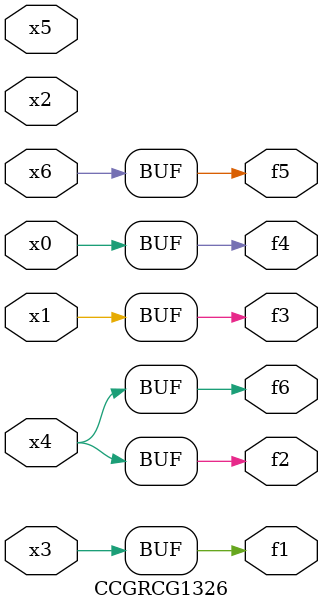
<source format=v>
module CCGRCG1326(
	input x0, x1, x2, x3, x4, x5, x6,
	output f1, f2, f3, f4, f5, f6
);
	assign f1 = x3;
	assign f2 = x4;
	assign f3 = x1;
	assign f4 = x0;
	assign f5 = x6;
	assign f6 = x4;
endmodule

</source>
